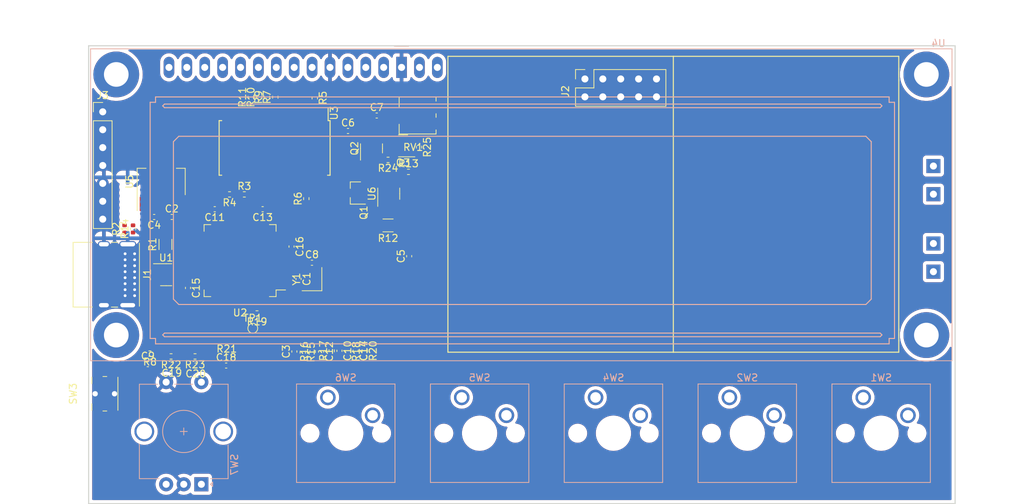
<source format=kicad_pcb>
(kicad_pcb (version 20211014) (generator pcbnew)
  (layers (0 "F.Cu" signal) (31 "B.Cu" signal) (34 "B.Paste" user) (35 "F.Paste" user) (36 "B.SilkS" user "B.Silkscreen") (37 "F.SilkS" user "F.Silkscreen") (38 "B.Mask" user) (39 "F.Mask" user) (44 "Edge.Cuts" user))
  (net 0 "")
  (net 1 "Net-(U2-Pad5)")
  (net 2 "+3V3")
  (net 3 "GND")
  (net 4 "Net-(Q1-Pad1)")
  (net 5 "Net-(U2-Pad6)")
  (net 6 "Net-(U2-Pad7)")
  (net 7 "/BTN1")
  (net 8 "/ENC1_BUT")
  (net 9 "Net-(U3-Pad7)")
  (net 10 "Net-(U3-Pad8)")
  (net 11 "VBUS")
  (net 12 "Net-(RV1-Pad2)")
  (net 13 "Net-(Q1-Pad3)")
  (net 14 "Net-(U3-Pad6)")
  (net 15 "/ENC1_B")
  (net 16 "/ENC1_A")
  (net 17 "Net-(Q1-Pad2)")
  (net 18 "Net-(Q2-Pad1)")
  (net 19 "+5V")
  (net 21 "Net-(Q3-Pad1)")
  (net 22 "Net-(U2-Pad60)")
  (net 23 "VDD")
  (net 24 "/LOADSW_5V")
  (net 25 "/BTN2")
  (net 26 "/BTN3")
  (net 27 "/BTN4")
  (net 28 "/BTN5")
  (net 29 "Net-(J1-PadA7)")
  (net 30 "Net-(J1-PadA6)")
  (net 31 "/USB_DP")
  (net 32 "Net-(J1-PadA4)")
  (net 33 "/USB_DM")
  (net 45 "/EXT_CS")
  (net 46 "/EXT_CLK")
  (net 47 "/EXT_MISO")
  (net 48 "/EXT_MOSI")
  (net 50 "Net-(U3-Pad3)")
  (net 51 "Net-(U3-Pad4)")
  (net 52 "Net-(U3-Pad5)")
  (net 67 "/DISP_CONTR")
  (net 80 "/STM32_TX")
  (net 81 "/STM32_RX")
  (net 82 "/EXT_SDA")
  (net 83 "/EXT_SCL")
  (net 84 "Net-(U3-Pad2)")
  (net 87 "Net-(U3-Pad14)")
  (net 88 "Net-(U3-Pad15)")
  (net 89 "/DISP_RS")
  (net 90 "/DISP_E")
  (net 91 "/DISP_DB7")
  (net 92 "/DISP_DB6")
  (net 93 "/DISP_DB5")
  (net 94 "/DISP_DB4")
  (net 95 "Net-(U3-Pad22)")
  (net 96 "Net-(U4-Pad7)")
  (net 97 "Net-(U4-Pad8)")
  (net 98 "Net-(U4-Pad9)")
  (net 99 "Net-(U4-Pad10)")
  (net 104 "/BL_CURR_MEAS")
  (net 105 "Net-(J1-PadA5)")
  (net 107 "Net-(J1-PadB5)")
  (net 109 "/STM32_CLK")
  (net 110 "/STM32_CS")
  (net 111 "/STM32_MISO")
  (net 112 "/STM32_SDA")
  (net 113 "/STM32_MOSI")
  (net 114 "/STM32_SCL")
  (net 115 "/STM_TX")
  (net 116 "/STM_RX")
  (net 117 "/SWDIO")
  (net 118 "/SWCLK")
  (net 119 "/BL_CTRL")
  (footprint "Resistor_SMD:R_0402_1005Metric" (layer "F.Cu") (at 86.2 92.7 180)
    (fp_text reference "R8" (at 0 -1.17) (layer "F.SilkS"))
    (fp_text value "100k")
    (pad "1" smd roundrect (at -0.51 0 180) (size 0.54 0.64) (layers "F.Cu" "F.Paste" "F.Mask") (net 6 "Net-(U2-Pad7)"))
    (pad "2" smd roundrect (at 0.51 0 180) (size 0.54 0.64) (layers "F.Cu" "F.Paste" "F.Mask") (net 2 "+3V3"))
  )
  (footprint "Potentiometer_SMD:Potentiometer_Vishay_TS53YJ_Vertical" (layer "F.Cu") (at 124.2 58.9)
    (fp_text reference "RV1" (at -0.635 4.5085) (layer "F.SilkS"))
    (fp_text value "R_POT")
    (pad "1" smd rect locked (at 2 -1.15) (size 2 1.3) (layers "F.Cu" "F.Paste" "F.Mask") (net 11 "VBUS"))
    (pad "2" smd rect locked (at -2 0) (size 2 2) (layers "F.Cu" "F.Paste" "F.Mask") (net 12 "Net-(RV1-Pad2)"))
    (pad "3" smd rect locked (at 2 1.15) (size 2 1.3) (layers "F.Cu" "F.Paste" "F.Mask") (net 3 "GND"))
  )
  (footprint "Package_TO_SOT_SMD:SOT-23" (layer "F.Cu") (at 115.4 69.9 180)
    (fp_text reference "Q1" (at -1.159 -2.794 90) (layer "F.SilkS"))
    (fp_text value "BC847")
    (pad "1" smd rect locked (at -1 -0.95 180) (size 0.9 0.8) (layers "F.Cu" "F.Paste" "F.Mask") (net 4 "Net-(Q1-Pad1)"))
    (pad "2" smd rect locked (at -1 0.95 180) (size 0.9 0.8) (layers "F.Cu" "F.Paste" "F.Mask") (net 17 "Net-(Q1-Pad2)"))
    (pad "3" smd rect locked (at 1 0 180) (size 0.9 0.8) (layers "F.Cu" "F.Paste" "F.Mask") (net 13 "Net-(Q1-Pad3)"))
  )
  (footprint "Capacitor_SMD:C_0402_1005Metric" (layer "F.Cu") (at 114.317 61.094)
    (fp_text reference "C6" (at 0 -1.16) (layer "F.SilkS"))
    (fp_text value "100n")
    (pad "1" smd roundrect (at -0.48 0) (size 0.56 0.62) (layers "F.Cu" "F.Paste" "F.Mask") (net 11 "VBUS"))
    (pad "2" smd roundrect (at 0.48 0) (size 0.56 0.62) (layers "F.Cu" "F.Paste" "F.Mask") (net 3 "GND"))
  )
  (footprint "Capacitor_SMD:C_0402_1005Metric" (layer "F.Cu") (at 118.396 58.904)
    (fp_text reference "C7" (at 0 -1.16) (layer "F.SilkS"))
    (fp_text value "100n")
    (pad "1" smd roundrect (at -0.48 0) (size 0.56 0.62) (layers "F.Cu" "F.Paste" "F.Mask") (net 11 "VBUS"))
    (pad "2" smd roundrect (at 0.48 0) (size 0.56 0.62) (layers "F.Cu" "F.Paste" "F.Mask") (net 3 "GND"))
  )
  (footprint "Capacitor_SMD:C_0402_1005Metric" (layer "F.Cu") (at 123.004 78.872 90)
    (fp_text reference "C5" (at 0 -1.16 90) (layer "F.SilkS"))
    (fp_text value "100n")
    (pad "1" smd roundrect (at -0.48 0 90) (size 0.56 0.62) (layers "F.Cu" "F.Paste" "F.Mask") (net 2 "+3V3"))
    (pad "2" smd roundrect (at 0.48 0 90) (size 0.56 0.62) (layers "F.Cu" "F.Paste" "F.Mask") (net 3 "GND"))
  )
  (footprint "Resistor_SMD:R_0402_1005Metric" (layer "F.Cu") (at 109.3 92.41 90)
    (fp_text reference "R16" (at 0 -1.17 90) (layer "F.SilkS"))
    (fp_text value "10k")
    (pad "1" smd roundrect (at -0.51 0 90) (size 0.54 0.64) (layers "F.Cu" "F.Paste" "F.Mask") (net 3 "GND"))
    (pad "2" smd roundrect (at 0.51 0 90) (size 0.54 0.64) (layers "F.Cu" "F.Paste" "F.Mask") (net 7 "/BTN1"))
  )
  (footprint "Capacitor_SMD:C_0402_1005Metric" (layer "F.Cu") (at 86.8 73.3 180)
    (fp_text reference "C4" (at 0 -1.16) (layer "F.SilkS"))
    (fp_text value "10u")
    (pad "1" smd roundrect (at -0.48 0 180) (size 0.56 0.62) (layers "F.Cu" "F.Paste" "F.Mask") (net 2 "+3V3"))
    (pad "2" smd roundrect (at 0.48 0 180) (size 0.56 0.62) (layers "F.Cu" "F.Paste" "F.Mask") (net 3 "GND"))
  )
  (footprint "Capacitor_SMD:C_0402_1005Metric" (layer "F.Cu") (at 89.3 73.3)
    (fp_text reference "C2" (at 0 -1.16) (layer "F.SilkS"))
    (fp_text value "10u")
    (pad "1" smd roundrect (at -0.48 0) (size 0.56 0.62) (layers "F.Cu" "F.Paste" "F.Mask") (net 11 "VBUS"))
    (pad "2" smd roundrect (at 0.48 0) (size 0.56 0.62) (layers "F.Cu" "F.Paste" "F.Mask") (net 3 "GND"))
  )
  (footprint "Capacitor_SMD:C_0402_1005Metric" (layer "F.Cu") (at 110.5 92.41 -90)
    (fp_text reference "C12" (at 0 -1.16 90) (layer "F.SilkS"))
    (fp_text value "100n")
    (pad "1" smd roundrect (at -0.48 0 270) (size 0.56 0.62) (layers "F.Cu" "F.Paste" "F.Mask") (net 7 "/BTN1"))
    (pad "2" smd roundrect (at 0.48 0 270) (size 0.56 0.62) (layers "F.Cu" "F.Paste" "F.Mask") (net 3 "GND"))
  )
  (footprint "Package_SO:SOIC-24W_7.5x15.4mm_P1.27mm" (layer "F.Cu") (at 103.9 63.5 -90)
    (fp_text reference "U3" (at -4.953 -8.4455 90) (layer "F.SilkS"))
    (fp_text value "74LVC4245A")
    (pad "1" smd rect locked (at -4.7 -6.985 270) (size 2 0.6) (layers "F.Cu" "F.Paste" "F.Mask") (net 11 "VBUS"))
    (pad "2" smd rect locked (at -4.7 -5.715 270) (size 2 0.6) (layers "F.Cu" "F.Paste" "F.Mask") (net 84 "Net-(U3-Pad2)"))
    (pad "3" smd rect locked (at -4.7 -4.445 270) (size 2 0.6) (layers "F.Cu" "F.Paste" "F.Mask") (net 50 "Net-(U3-Pad3)"))
    (pad "4" smd rect locked (at -4.7 -3.175 270) (size 2 0.6) (layers "F.Cu" "F.Paste" "F.Mask") (net 51 "Net-(U3-Pad4)"))
    (pad "5" smd rect locked (at -4.7 -1.905 270) (size 2 0.6) (layers "F.Cu" "F.Paste" "F.Mask") (net 52 "Net-(U3-Pad5)"))
    (pad "6" smd rect locked (at -4.7 -0.635 270) (size 2 0.6) (layers "F.Cu" "F.Paste" "F.Mask") (net 14 "Net-(U3-Pad6)"))
    (pad "7" smd rect locked (at -4.7 0.635 270) (size 2 0.6) (layers "F.Cu" "F.Paste" "F.Mask") (net 9 "Net-(U3-Pad7)"))
    (pad "8" smd rect locked (at -4.7 1.905 270) (size 2 0.6) (layers "F.Cu" "F.Paste" "F.Mask") (net 10 "Net-(U3-Pad8)"))
    (pad "9" smd rect locked (at -4.7 3.175 270) (size 2 0.6) (layers "F.Cu" "F.Paste" "F.Mask"))
    (pad "10" smd rect locked (at -4.7 4.445 270) (size 2 0.6) (layers "F.Cu" "F.Paste" "F.Mask"))
    (pad "11" smd rect locked (at -4.7 5.715 270) (size 2 0.6) (layers "F.Cu" "F.Paste" "F.Mask") (net 3 "GND"))
    (pad "12" smd rect locked (at -4.7 6.985 270) (size 2 0.6) (layers "F.Cu" "F.Paste" "F.Mask") (net 3 "GND"))
    (pad "13" smd rect locked (at 4.7 6.985 270) (size 2 0.6) (layers "F.Cu" "F.Paste" "F.Mask") (net 3 "GND"))
    (pad "14" smd rect locked (at 4.7 5.715 270) (size 2 0.6) (layers "F.Cu" "F.Paste" "F.Mask") (net 87 "Net-(U3-Pad14)"))
    (pad "15" smd rect locked (at 4.7 4.445 270) (size 2 0.6) (layers "F.Cu" "F.Paste" "F.Mask") (net 88 "Net-(U3-Pad15)"))
    (pad "16" smd rect locked (at 4.7 3.175 270) (size 2 0.6) (layers "F.Cu" "F.Paste" "F.Mask") (net 89 "/DISP_RS"))
    (pad "17" smd rect locked (at 4.7 1.905 270) (size 2 0.6) (layers "F.Cu" "F.Paste" "F.Mask") (net 90 "/DISP_E"))
    (pad "18" smd rect locked (at 4.7 0.635 270) (size 2 0.6) (layers "F.Cu" "F.Paste" "F.Mask") (net 91 "/DISP_DB7"))
    (pad "19" smd rect locked (at 4.7 -0.635 270) (size 2 0.6) (layers "F.Cu" "F.Paste" "F.Mask") (net 92 "/DISP_DB6"))
    (pad "20" smd rect locked (at 4.7 -1.905 270) (size 2 0.6) (layers "F.Cu" "F.Paste" "F.Mask") (net 93 "/DISP_DB5"))
    (pad "21" smd rect locked (at 4.7 -3.175 270) (size 2 0.6) (layers "F.Cu" "F.Paste" "F.Mask") (net 94 "/DISP_DB4"))
    (pad "22" smd rect locked (at 4.7 -4.445 270) (size 2 0.6) (layers "F.Cu" "F.Paste" "F.Mask") (net 95 "Net-(U3-Pad22)"))
    (pad "23" smd rect locked (at 4.7 -5.715 270) (size 2 0.6) (layers "F.Cu" "F.Paste" "F.Mask") (net 2 "+3V3"))
    (pad "24" smd rect locked (at 4.7 -6.985 270) (size 2 0.6) (layers "F.Cu" "F.Paste" "F.Mask") (net 2 "+3V3"))
  )
  (footprint "Resistor_SMD:R_0402_1005Metric" (layer "F.Cu") (at 109.6 56.4 -90)
    (fp_text reference "R5" (at 0 -1.17 90) (layer "F.SilkS"))
    (fp_text value "10k")
    (pad "1" smd roundrect (at -0.51 0 270) (size 0.54 0.64) (layers "F.Cu" "F.Paste" "F.Mask") (net 3 "GND"))
    (pad "2" smd roundrect (at 0.51 0 270) (size 0.54 0.64) (layers "F.Cu" "F.Paste" "F.Mask") (net 84 "Net-(U3-Pad2)"))
  )
  (footprint "Crystal:Crystal_SMD_2520-4Pin_2.5x2.0mm" (layer "F.Cu") (at 109.2 82.125 90)
    (fp_text reference "Y1" (at 0 -2.2 90) (layer "F.SilkS"))
    (fp_text value "6MHZ 2520")
    (pad "1" smd rect (at -0.875 0.7 90) (size 1.15 1) (layers "F.Cu" "F.Paste" "F.Mask") (net 1 "Net-(U2-Pad5)"))
    (pad "2" smd rect (at 0.875 0.7 90) (size 1.15 1) (layers "F.Cu" "F.Paste" "F.Mask") (net 3 "GND"))
    (pad "3" smd rect (at 0.875 -0.7 90) (size 1.15 1) (layers "F.Cu" "F.Paste" "F.Mask") (net 5 "Net-(U2-Pad6)"))
    (pad "4" smd rect (at -0.875 -0.7 90) (size 1.15 1) (layers "F.Cu" "F.Paste" "F.Mask") (net 3 "GND"))
  )
  (footprint "Capacitor_SMD:C_0402_1005Metric" (layer "F.Cu") (at 107.3 82.1 -90)
    (fp_text reference "C1" (at 0 -1.16 90) (layer "F.SilkS"))
    (fp_text value "20p")
    (pad "1" smd roundrect (at -0.48 0 270) (size 0.56 0.62) (layers "F.Cu" "F.Paste" "F.Mask") (net 1 "Net-(U2-Pad5)"))
    (pad "2" smd roundrect (at 0.48 0 270) (size 0.56 0.62) (layers "F.Cu" "F.Paste" "F.Mask") (net 3 "GND"))
  )
  (footprint "Resistor_SMD:R_0402_1005Metric" (layer "F.Cu") (at 97.5 70.1 180)
    (fp_text reference "R4" (at 0 -1.17) (layer "F.SilkS"))
    (fp_text value "10k")
    (pad "1" smd roundrect (at -0.51 0 180) (size 0.54 0.64) (layers "F.Cu" "F.Paste" "F.Mask") (net 87 "Net-(U3-Pad14)"))
    (pad "2" smd roundrect (at 0.51 0 180) (size 0.54 0.64) (layers "F.Cu" "F.Paste" "F.Mask") (net 3 "GND"))
  )
  (footprint "Resistor_SMD:R_0402_1005Metric" (layer "F.Cu") (at 114.3 92.4 -90)
    (fp_text reference "R18" (at 0 -1.17 90) (layer "F.SilkS"))
    (fp_text value "10k")
    (pad "1" smd roundrect (at -0.51 0 270) (size 0.54 0.64) (layers "F.Cu" "F.Paste" "F.Mask") (net 3 "GND"))
    (pad "2" smd roundrect (at 0.51 0 270) (size 0.54 0.64) (layers "F.Cu" "F.Paste" "F.Mask") (net 27 "/BTN4"))
  )
  (footprint "Resistor_SMD:R_0402_1005Metric" (layer "F.Cu") (at 122.9 66.9)
    (fp_text reference "R13" (at 0 -1.17) (layer "F.SilkS"))
    (fp_text value "10k")
    (pad "1" smd roundrect (at -0.51 0) (size 0.54 0.64) (layers "F.Cu" "F.Paste" "F.Mask") (net 119 "/BL_CTRL"))
    (pad "2" smd roundrect (at 0.51 0) (size 0.54 0.64) (layers "F.Cu" "F.Paste" "F.Mask") (net 4 "Net-(Q1-Pad1)"))
  )
  (footprint "Capacitor_SMD:C_0402_1005Metric" (layer "F.Cu") (at 113.1 92.3 -90)
    (fp_text reference "C10" (at 0 -1.16 90) (layer "F.SilkS"))
    (fp_text value "100n")
    (pad "1" smd roundrect (at -0.48 0 270) (size 0.56 0.62) (layers "F.Cu" "F.Paste" "F.Mask") (net 26 "/BTN3"))
    (pad "2" smd roundrect (at 0.48 0 270) (size 0.56 0.62) (layers "F.Cu" "F.Paste" "F.Mask") (net 3 "GND"))
  )
  (footprint "Resistor_SMD:R_0402_1005Metric" (layer "F.Cu") (at 108.4 70.7 90)
    (fp_text reference "R6" (at 0 -1.17 90) (layer "F.SilkS"))
    (fp_text value "10k")
    (pad "1" smd roundrect (at -0.51 0 90) (size 0.54 0.64) (layers "F.Cu" "F.Paste" "F.Mask") (net 95 "Net-(U3-Pad22)"))
    (pad "2" smd roundrect (at 0.51 0 90) (size 0.54 0.64) (layers "F.Cu" "F.Paste" "F.Mask") (net 3 "GND"))
  )
  (footprint "Capacitor_SMD:C_0402_1005Metric" (layer "F.Cu") (at 95.4 72.2 180)
    (fp_text reference "C11" (at 0 -1.16) (layer "F.SilkS"))
    (fp_text value "100n")
    (pad "1" smd roundrect (at -0.48 0 180) (size 0.56 0.62) (layers "F.Cu" "F.Paste" "F.Mask") (net 3 "GND"))
    (pad "2" smd roundrect (at 0.48 0 180) (size 0.56 0.62) (layers "F.Cu" "F.Paste" "F.Mask") (net 2 "+3V3"))
  )
  (footprint "Resistor_SMD:R_0402_1005Metric" (layer "F.Cu") (at 89.2 93.1 180)
    (fp_text reference "R22" (at 0 -1.17) (layer "F.SilkS"))
    (fp_text value "100k")
    (pad "1" smd roundrect (at -0.51 0 180) (size 0.54 0.64) (layers "F.Cu" "F.Paste" "F.Mask") (net 15 "/ENC1_B"))
    (pad "2" smd roundrect (at 0.51 0 180) (size 0.54 0.64) (layers "F.Cu" "F.Paste" "F.Mask") (net 23 "VDD"))
  )
  (footprint "Resistor_SMD:R_1206_3216Metric_Pad1.30x1.75mm_HandSolder" (layer "F.Cu") (at 120 74.5 180)
    (fp_text reference "R12" (at 0 -1.82) (layer "F.SilkS"))
    (fp_text value "0.1R")
    (pad "1" smd roundrect (at -1.55 0 180) (size 1.3 1.75) (layers "F.Cu" "F.Paste" "F.Mask") (roundrect_rratio 0.192308) (net 3 "GND"))
    (pad "2" smd roundrect (at 1.55 0 180) (size 1.3 1.75) (layers "F.Cu" "F.Paste" "F.Mask") (roundrect_rratio 0.192308) (net 17 "Net-(Q1-Pad2)"))
  )
  (footprint "Button_Switch_SMD:Panasonic_EVQPUM_EVQPUD" (layer "F.Cu") (at 79.8 98.4 90)
    (fp_text reference "SW3" (at 0 -4.5 90) (layer "F.SilkS"))
    (fp_text value "BUT_SMD")
    (pad "" np_thru_hole circle (at 0 -1.375 270) (size 0.75 0.75) (drill 0.75) (layers *.Cu *.Mask))
    (pad "" np_thru_hole circle (at 0 1.375 270) (size 0.75 0.75) (drill 0.75) (layers *.Cu *.Mask))
    (pad "1" smd rect (at 2.575 -0.85 270) (size 1.45 1) (layers "F.Cu" "F.Paste" "F.Mask") (net 3 "GND"))
    (pad "1" smd rect (at -2.575 -0.85 270) (size 1.45 1) (layers "F.Cu" "F.Paste" "F.Mask") (net 3 "GND"))
    (pad "2" smd rect (at -2.575 0.85 270) (size 1.45 1) (layers "F.Cu" "F.Paste" "F.Mask") (net 6 "Net-(U2-Pad7)"))
    (pad "2" smd rect (at 2.575 0.85 270) (size 1.45 1) (layers "F.Cu" "F.Paste" "F.Mask") (net 6 "Net-(U2-Pad7)"))
  )
  (footprint "Resistor_SMD:R_0402_1005Metric" (layer "F.Cu") (at 101.4 87 180)
    (fp_text reference "R19" (at 0 -1.17) (layer "F.SilkS"))
    (fp_text value "10k")
    (pad "1" smd roundrect (at -0.51 0 180) (size 0.54 0.64) (layers "F.Cu" "F.Paste" "F.Mask") (net 3 "GND"))
    (pad "2" smd roundrect (at 0.51 0 180) (size 0.54 0.64) (layers "F.Cu" "F.Paste" "F.Mask") (net 22 "Net-(U2-Pad60)"))
  )
  (footprint "Resistor_SMD:R_0402_1005Metric" (layer "F.Cu") (at 112 92.3 90)
    (fp_text reference "R17" (at 0 -1.17 90) (layer "F.SilkS"))
    (fp_text value "10k")
    (pad "1" smd roundrect (at -0.51 0 90) (size 0.54 0.64) (layers "F.Cu" "F.Paste" "F.Mask") (net 3 "GND"))
    (pad "2" smd roundrect (at 0.51 0 90) (size 0.54 0.64) (layers "F.Cu" "F.Paste" "F.Mask") (net 26 "/BTN3"))
  )
  (footprint "Package_QFP:LQFP-64_10x10mm_P0.5mm" (layer "F.Cu") (at 99 79.5 180)
    (fp_text reference "U2" (at 0 -7.4) (layer "F.SilkS"))
    (fp_text value "STM32F103RFTx")
    (pad "1" smd roundrect (at -5.675 -3.75 180) (size 1.55 0.3) (layers "F.Cu" "F.Paste" "F.Mask") (net 2 "+3V3"))
    (pad "2" smd roundrect (at -5.675 -3.25 180) (size 1.55 0.3) (layers "F.Cu" "F.Paste" "F.Mask"))
    (pad "3" smd roundrect (at -5.675 -2.75 180) (size 1.55 0.3) (layers "F.Cu" "F.Paste" "F.Mask"))
    (pad "4" smd roundrect (at -5.675 -2.25 180) (size 1.55 0.3) (layers "F.Cu" "F.Paste" "F.Mask"))
    (pad "5" smd roundrect (at -5.675 -1.75 180) (size 1.55 0.3) (layers "F.Cu" "F.Paste" "F.Mask") (net 1 "Net-(U2-Pad5)"))
    (pad "6" smd roundrect (at -5.675 -1.25 180) (size 1.55 0.3) (layers "F.Cu" "F.Paste" "F.Mask") (net 5 "Net-(U2-Pad6)"))
    (pad "7" smd roundrect (at -5.675 -0.75 180) (size 1.55 0.3) (layers "F.Cu" "F.Paste" "F.Mask") (net 6 "Net-(U2-Pad7)"))
    (pad "8" smd roundrect (at -5.675 -0.25 180) (size 1.55 0.3) (layers "F.Cu" "F.Paste" "F.Mask"))
    (pad "9" smd roundrect (at -5.675 0.25 180) (size 1.55 0.3) (layers "F.Cu" "F.Paste" "F.Mask"))
    (pad "10" smd roundrect (at -5.675 0.75 180) (size 1.55 0.3) (layers "F.Cu" "F.Paste" "F.Mask"))
    (pad "11" smd roundrect (at -5.675 1.25 180) (size 1.55 0.3) (layers "F.Cu" "F.Paste" "F.Mask"))
    (pad "12" smd roundrect (at -5.675 1.75 180) (size 1.55 0.3) (layers "F.Cu" "F.Paste" "F.Mask") (net 3 "GND"))
    (pad "13" smd roundrect (at -5.675 2.25 180) (size 1.55 0.3) (layers "F.Cu" "F.Paste" "F.Mask") (net 2 "+3V3"))
    (pad "14" smd roundrect (at -5.675 2.75 180) (size 1.55 0.3) (layers "F.Cu" "F.Paste" "F.Mask"))
    (pad "15" smd roundrect (at -5.675 3.25 180) (size 1.55 0.3) (layers "F.Cu" "F.Paste" "F.Mask"))
    (pad "16" smd roundrect (at -5.675 3.75 180) (size 1.55 0.3) (layers "F.Cu" "F.Paste" "F.Mask"))
    (pad "17" smd roundrect (at -3.75 5.675 180) (size 0.3 1.55) (layers "F.Cu" "F.Paste" "F.Mask"))
    (pad "18" smd roundrect (at -3.25 5.675 180) (size 0.3 1.55) (layers "F.Cu" "F.Paste" "F.Mask") (net 3 "GND"))
    (pad "19" smd roundrect (at -2.75 5.675 180) (size 0.3 1.55) (layers "F.Cu" "F.Paste" "F.Mask") (net 2 "+3V3"))
    (pad "20" smd roundrect (at -2.25 5.675 180) (size 0.3 1.55) (layers "F.Cu" "F.Paste" "F.Mask") (net 45 "/EXT_CS"))
    (pad "21" smd roundrect (at -1.75 5.675 180) (size 0.3 1.55) (layers "F.Cu" "F.Paste" "F.Mask") (net 46 "/EXT_CLK"))
    (pad "22" smd roundrect (at -1.25 5.675 180) (size 0.3 1.55) (layers "F.Cu" "F.Paste" "F.Mask") (net 47 "/EXT_MISO"))
    (pad "23" smd roundrect (at -0.75 5.675 180) (size 0.3 1.55) (layers "F.Cu" "F.Paste" "F.Mask") (net 48 "/EXT_MOSI"))
    (pad "24" smd roundrect (at -0.25 5.675 180) (size 0.3 1.55) (layers "F.Cu" "F.Paste" "F.Mask"))
    (pad "25" smd roundrect (at 0.25 5.675 180) (size 0.3 1.55) (layers "F.Cu" "F.Paste" "F.Mask"))
    (pad "26" smd roundrect (at 0.75 5.675 180) (size 0.3 1.55) (layers "F.Cu" "F.Paste" "F.Mask"))
    (pad "27" smd roundrect (at 1.25 5.675 180) (size 0.3 1.55) (layers "F.Cu" "F.Paste" "F.Mask"))
    (pad "28" smd roundrect (at 1.75 5.675 180) (size 0.3 1.55) (layers "F.Cu" "F.Paste" "F.Mask"))
    (pad "29" smd roundrect (at 2.25 5.675 180) (size 0.3 1.55) (layers "F.Cu" "F.Paste" "F.Mask"))
    (pad "30" smd roundrect (at 2.75 5.675 180) (size 0.3 1.55) (layers "F.Cu" "F.Paste" "F.Mask"))
    (pad "31" smd roundrect (at 3.25 5.675 180) (size 0.3 1.55) (layers "F.Cu" "F.Paste" "F.Mask") (net 3 "GND"))
    (pad "32" smd roundrect (at 3.75 5.675 180) (size 0.3 1.55) (layers "F.Cu" "F.Paste" "F.Mask") (net 2 "+3V3"))
    (pad "33" smd roundrect (at 5.675 3.75 180) (size 1.55 0.3) (layers "F.Cu" "F.Paste" "F.Mask"))
    (pad "34" smd roundrect (at 5.675 3.25 180) (size 1.55 0.3) (layers "F.Cu" "F.Paste" "F.Mask"))
    (pad "35" smd roundrect (at 5.675 2.75 180) (size 1.55 0.3) (layers "F.Cu" "F.Paste" "F.Mask"))
    (pad "36" smd roundrect (at 5.675 2.25 180) (size 1.55 0.3) (layers "F.Cu" "F.Paste" "F.Mask"))
    (pad "37" smd roundrect (at 5.675 1.75 180) (size 1.55 0.3) (layers "F.Cu" "F.Paste" "F.Mask"))
    (pad "38" smd roundrect (at 5.675 1.25 180) (size 1.55 0.3) (layers "F.Cu" "F.Paste" "F.Mask"))
    (pad "39" smd roundrect (at 5.675 0.75 180) (size 1.55 0.3) (layers "F.Cu" "F.Paste" "F.Mask"))
    (pad "40" smd roundrect (at 5.675 0.25 180) (size 1.55 0.3) (layers "F.Cu" "F.Paste" "F.Mask"))
    (pad "41" smd roundrect (at 5.675 -0.25 180) (size 1.55 0.3) (layers "F.Cu" "F.Paste" "F.Mask") (net 67 "/DISP_CONTR"))
    (pad "42" smd roundrect (at 5.675 -0.75 180) (size 1.55 0.3) (layers "F.Cu" "F.Paste" "F.Mask"))
    (pad "43" smd roundrect (at 5.675 -1.25 180) (size 1.55 0.3) (layers "F.Cu" "F.Paste" "F.Mask"))
    (pad "44" smd roundrect (at 5.675 -1.75 180) (size 1.55 0.3) (layers "F.Cu" "F.Paste" "F.Mask") (net 33 "/USB_DM"))
    (pad "45" smd roundrect (at 5.675 -2.25 180) (size 1.55 0.3) (layers "F.Cu" "F.Paste" "F.Mask") (net 31 "/USB_DP"))
    (pad "46" smd roundrect (at 5.675 -2.75 180) (size 1.55 0.3) (layers "F.Cu" "F.Paste" "F.Mask"))
    (pad "47" smd roundrect (at 5.675 -3.25 180) (size 1.55 0.3) (layers "F.Cu" "F.Paste" "F.Mask") (net 3 "GND"))
    (pad "48" smd roundrect (at 5.675 -3.75 180) (size 1.55 0.3) (layers "F.Cu" "F.Paste" "F.Mask") (net 2 "+3V3"))
    (pad "49" smd roundrect (at 3.75 -5.675 180) (size 0.3 1.55) (layers "F.Cu" "F.Paste" "F.Mask"))
    (pad "50" smd roundrect (at 3.25 -5.675 180) (size 0.3 1.55) (layers "F.Cu" "F.Paste" "F.Mask"))
    (pad "51" smd roundrect (at 2.75 -5.675 180) (size 0.3 1.55) (layers "F.Cu" "F.Paste" "F.Mask"))
    (pad "52" smd roundrect (at 2.25 -5.675 180) (size 0.3 1.55) (layers "F.Cu" "F.Paste" "F.Mask"))
    (pad "53" smd roundrect (at 1.75 -5.675 180) (size 0.3 1.55) (layers "F.Cu" "F.Paste" "F.Mask"))
    (pad "54" smd roundrect (at 1.25 -5.675 180) (size 0.3 1.55) (layers "F.Cu" "F.Paste" "F.Mask"))
    (pad "55" smd roundrect (at 0.75 -5.675 180) (size 0.3 1.55) (layers "F.Cu" "F.Paste" "F.Mask"))
    (pad "56" smd roundrect (at 0.25 -5.675 180) (size 0.3 1.55) (layers "F.Cu" "F.Paste" "F.Mask"))
    (pad "57" smd roundrect (at -0.25 -5.675 180) (size 0.3 1.55) (layers "F.Cu" "F.Paste" "F.Mask"))
    (pad "58" smd roundrect (at -0.75 -5.675 180) (size 0.3 1.55) (layers "F.Cu" "F.Paste" "F.Mask") (net 80 "/STM32_TX"))
    (pad "59" smd roundrect (at -1.25 -5.675 180) (size 0.3 1.55) (layers "F.Cu" "F.Paste" "F.Mask") (net 81 "/STM32_RX"))
    (pad "60" smd roundrect (at -1.75 -5.675 180) (size 0.3 1.55) (layers "F.Cu" "F.Paste" "F.Mask") (net 22 "Net-(U2-Pad60)"))
    (pad "61" smd roundrect (at -2.25 -5.675 180) (size 0.3 1.55) (layers "F.Cu" "F.Paste" "F.Mask") (net 82 "/EXT_SDA"))
    (pad "62" smd roundrect (at -2.75 -5.675 180) (size 0.3 1.55) (layers "F.Cu" "F.Paste" "F.Mask") (net 83 "/EXT_SCL"))
    (pad "63" smd roundrect (at -3.25 -5.675 180) (size 0.3 1.55) (layers "F.Cu" "F.Paste" "F.Mask") (net 3 "GND"))
    (pad "64" smd roundrect (at -3.75 -5.675 180) (size 0.3 1.55) (layers "F.Cu" "F.Paste" "F.Mask") (net 2 "+3V3"))
  )
  (footprint "Resistor_SMD:R_0402_1005Metric" (layer "F.Cu") (at 82.6 75 90)
    (fp_text reference "R2" (at 0 -1.17 90) (layer "F.SilkS"))
    (fp_text value "10k")
    (pad "1" smd roundrect (at -0.51 0 90) (size 0.54 0.64) (layers "F.Cu" "F.Paste" "F.Mask") (net 3 "GND"))
    (pad "2" smd roundrect (at 0.51 0 90) (size 0.54 0.64) (layers "F.Cu" "F.Paste" "F.Mask") (net 107 "Net-(J1-PadB5)"))
  )
  (footprint "Connector_USB:USB_C_Receptacle_GCT_USB4085" (layer "F.Cu") (at 84.025 78.525 -90)
    (fp_text reference "J1" (at 2.975 -1.8 90) (layer "F.SilkS"))
    (fp_text value "USB_C_Receptacle_USB2.0")
    (pad "A1" thru_hole circle (at 0 0 270) (size 0.7 0.7) (drill 0.4) (layers *.Cu *.Mask) (net 3 "GND"))
    (pad "A4" thru_hole circle (at 0.85 0 270) (size 0.7 0.7) (drill 0.4) (layers *.Cu *.Mask) (net 32 "Net-(J1-PadA4)"))
    (pad "A5" thru_hole circle (at 1.7 0 270) (size 0.7 0.7) (drill 0.4) (layers *.Cu *.Mask) (net 105 "Net-(J1-PadA5)"))
    (pad "A6" thru_hole circle (at 2.55 0 270) (size 0.7 0.7) (drill 0.4) (layers *.Cu *.Mask) (net 30 "Net-(J1-PadA6)"))
    (pad "A7" thru_hole circle (at 3.4 0 270) (size 0.7 0.7) (drill 0.4) (layers *.Cu *.Mask) (net 29 "Net-(J1-PadA7)"))
    (pad "A8" thru_hole circle (at 4.25 0 270) (size 0.7 0.7) (drill 0.4) (layers *.Cu *.Mask))
    (pad "A9" thru_hole circle (at 5.1 0 270) (size 0.7 0.7) (drill 0.4) (layers *.Cu *.Mask) (net 32 "Net-(J1-PadA4)"))
    (pad "A12" thru_hole circle (at 5.95 0 270) (size 0.7 0.7) (drill 0.4) (layers *.Cu *.Mask) (net 3 "GND"))
    (pad "B1" thru_hole circle (at 5.95 1.35 270) (size 0.7 0.7) (drill 0.4) (layers *.Cu *.Mask) (net 3 "GND"))
    (pad "B4" thru_hole circle (at 5.1 1.35 270) (size 0.7 0.7) (drill 0.4) (layers *.Cu *.Mask) (net 32 "Net-(J1-PadA4)"))
    (pad "B5" thru_hole circle (at 4.25 1.35 270) (size 0.7 0.7) (drill 0.4) (layers *.Cu *.Mask) (net 107 "Net-(J1-PadB5)"))
    (pad "B6" thru_hole circle (at 3.4 1.35 270) (size 0.7 0.7) (drill 0.4) (layers *.Cu *.Mask) (net 30 "Net-(J1-PadA6)"))
    (pad "B7" thru_hole circle (at 2.55 1.35 270) (size 0.7 0.7) (drill 0.4) (layers *.Cu *.Mask) (net 29 "Net-(J1-PadA7)"))
    (pad "B8" thru_hole circle (at 1.7 1.35 270) (size 0.7 0.7) (drill 0.4) (layers *.Cu *.Mask))
    (pad "B9" thru_hole circle (at 0.85 1.35 270) (size 0.7 0.7) (drill 0.4) (layers *.Cu *.Mask) (net 32 "Net-(J1-PadA4)"))
    (pad "B12" thru_hole circle (at 0 1.35 270) (size 0.7 0.7) (drill 0.4) (layers *.Cu *.Mask) (net 3 "GND"))
    (pad "S1" thru_hole oval (at 7.3 4.36 270) (size 0.9 1.7) (drill oval 0.6 1.4) (layers *.Cu *.Mask) (net 3 "GND"))
    (pad "S1" thru_hole oval (at -1.35 4.36 270) (size 0.9 1.7) (drill oval 0.6 1.4) (layers *.Cu *.Mask) (net 3 "GND"))
    (pad "S1" thru_hole oval (at -1.35 0.98 270) (size 0.9 2.4) (drill oval 0.6 2.1) (layers *.Cu *.Mask) (net 3 "GND"))
    (pad "S1" thru_hole oval (at 7.3 0.98 270) (size 0.9 2.4) (drill oval 0.6 2.1) (layers *.Cu *.Mask) (net 3 "GND"))
  )
  (footprint "Package_TO_SOT_SMD:SOT-23-6" (layer "F.Cu") (at 88.5 81.5)
    (fp_text reference "U1" (at 0 -2.4) (layer "F.SilkS"))
    (fp_text value "USBLC6-2SC6")
    (pad "1" smd roundrect (at -1.1375 -0.95) (size 1.325 0.6) (layers "F.Cu" "F.Paste" "F.Mask") (net 29 "Net-(J1-PadA7)"))
    (pad "2" smd roundrect (at -1.1375 0) (size 1.325 0.6) (layers "F.Cu" "F.Paste" "F.Mask") (net 3 "GND"))
    (pad "3" smd roundrect (at -1.1375 0.95) (size 1.325 0.6) (layers "F.Cu" "F.Paste" "F.Mask") (net 30 "Net-(J1-PadA6)"))
    (pad "4" smd roundrect (at 1.1375 0.95) (size 1.325 0.6) (layers "F.Cu" "F.Paste" "F.Mask") (net 31 "/USB_DP"))
    (pad "5" smd roundrect (at 1.1375 0) (size 1.325 0.6) (layers "F.Cu" "F.Paste" "F.Mask") (net 32 "Net-(J1-PadA4)"))
    (pad "6" smd roundrect (at 1.1375 -0.95) (size 1.325 0.6) (layers "F.Cu" "F.Paste" "F.Mask") (net 33 "/USB_DM"))
  )
  (footprint "Resistor_SMD:R_1206_3216Metric_Pad1.30x1.75mm_HandSolder" (layer "F.Cu") (at 88.4 77.2 90)
    (fp_text reference "R1" (at 0 -1.82 90) (layer "F.SilkS"))
    (fp_text value "0R/1206")
    (pad "1" smd roundrect (at -1.55 0 90) (size 1.3 1.75) (layers "F.Cu" "F.Paste" "F.Mask") (roundrect_rratio 0.192308) (net 32 "Net-(J1-PadA4)"))
    (pad "2" smd roundrect (at 1.55 0 90) (size 1.3 1.75) (layers "F.Cu" "F.Paste" "F.Mask") (roundrect_rratio 0.192308) (net 11 "VBUS"))
  )
  (footprint "Resistor_SMD:R_0402_1005Metric" (layer "F.Cu") (at 124.4 63.39 -90)
    (fp_text reference "R25" (at 0 -1.17 90) (layer "F.SilkS"))
    (fp_text value "3k")
    (pad "1" smd roundrect (at -0.51 0 270) (size 0.54 0.64) (layers "F.Cu" "F.Paste" "F.Mask") (net 24 "/LOADSW_5V"))
    (pad "2" smd roundrect (at 0.51 0 270) (size 0.54 0.64) (layers "F.Cu" "F.Paste" "F.Mask") (net 21 "Net-(Q3-Pad1)"))
  )
  (footprint "Capacitor_SMD:C_0402_1005Metric" (layer "F.Cu") (at 102.2 72.2 180)
    (fp_text reference "C13" (at 0 -1.16) (layer "F.SilkS"))
    (fp_text value "100n")
    (pad "1" smd roundrect (at -0.48 0 180) (size 0.56 0.62) (layers "F.Cu" "F.Paste" "F.Mask") (net 3 "GND"))
    (pad "2" smd roundrect (at 0.48 0 180) (size 0.56 0.62) (layers "F.Cu" "F.Paste" "F.Mask") (net 2 "+3V3"))
  )
  (footprint "Resistor_SMD:R_0402_1005Metric" (layer "F.Cu") (at 99.6 70.1)
    (fp_text reference "R3" (at 0 -1.17) (layer "F.SilkS"))
    (fp_text value "10k")
    (pad "1" smd roundrect (at -0.51 0) (size 0.54 0.64) (layers "F.Cu" "F.Paste" "F.Mask") (net 3 "GND"))
    (pad "2" smd roundrect (at 0.51 0) (size 0.54 0.64) (layers "F.Cu" "F.Paste" "F.Mask") (net 88 "Net-(U3-Pad15)"))
  )
  (footprint "Capacitor_SMD:C_0402_1005Metric" (layer "F.Cu") (at 109.2 79.8)
    (fp_text reference "C8" (at 0 -1.16) (layer "F.SilkS"))
    (fp_text value "20p")
    (pad "1" smd roundrect (at -0.48 0) (size 0.56 0.62) (layers "F.Cu" "F.Paste" "F.Mask") (net 5 "Net-(U2-Pad6)"))
    (pad "2" smd roundrect (at 0.48 0) (size 0.56 0.62) (layers "F.Cu" "F.Paste" "F.Mask") (net 3 "GND"))
  )
  (footprint "Resistor_SMD:R_0402_1005Metric" (layer "F.Cu") (at 101.7 56.3 90)
    (fp_text reference "R10" (at 0 -1.17 90) (layer "F.SilkS"))
    (fp_text value "10k")
    (pad "1" smd roundrect (at -0.51 0 90) (size 0.54 0.64) (layers "F.Cu" "F.Paste" "F.Mask") (net 3 "GND"))
    (pad "2" smd roundrect (at 0.51 0 90) (size 0.54 0.64) (layers "F.Cu" "F.Paste" "F.Mask") (net 98 "Net-(U4-Pad9)"))
  )
  (footprint "Resistor_SMD:R_0402_1005Metric" (layer "F.Cu") (at 104 56.3 90)
    (fp_text reference "R7" (at 0 -1.17 90) (layer "F.SilkS"))
    (fp_text value "10k")
    (pad "1" smd roundrect (at -0.51 0 90) (size 0.54 0.64) (layers "F.Cu" "F.Paste" "F.Mask") (net 3 "GND"))
    (pad "2" smd roundrect (at 0.51 0 90) (size 0.54 0.64) (layers "F.Cu" "F.Paste" "F.Mask") (net 96 "Net-(U4-Pad7)"))
  )
  (footprint "Package_TO_SOT_SMD:SOT-223-3_TabPin2" (layer "F.Cu") (at 87.8 68.3 90)
    (fp_text reference "U5" (at 0 -4.5 90) (layer "F.SilkS"))
    (fp_text value "AMS1117-3.3")
    (pad "1" smd rect (at -3.15 -2.3 90) (size 2 1.5) (layers "F.Cu" "F.Paste" "F.Mask") (net 3 "GND"))
    (pad "2" smd rect (at 3.15 0 90) (size 2 3.8) (layers "F.Cu" "F.Paste" "F.Mask") (net 2 "+3V3"))
    (pad "2" smd rect (at -3.15 0 90) (size 2 1.5) (layers "F.Cu" "F.Paste" "F.Mask") (net 2 "+3V3"))
    (pad "3" smd rect (at -3.15 2.3 90) (size 2 1.5) (layers "F.Cu" "F.Paste" "F.Mask") (net 11 "VBUS"))
  )
  (footprint "Resistor_SMD:R_0402_1005Metric" (layer "F.Cu") (at 83.8 75 90)
    (fp_text reference "R14" (at 0 -1.17 90) (layer "F.SilkS"))
    (fp_text value "10k")
    (pad "1" smd roundrect (at -0.51 0 90) (size 0.54 0.64) (layers "F.Cu" "F.Paste" "F.Mask") (net 105 "Net-(J1-PadA5)"))
    (pad "2" smd roundrect (at 0.51 0 90) (size 0.54 0.64) (layers "F.Cu" "F.Paste" "F.Mask") (net 3 "GND"))
  )
  (footprint "Capacitor_SMD:C_0402_1005Metric" (layer "F.Cu") (at 97.02 94.4)
    (fp_text reference "C18" (at 0 -1.16) (layer "F.SilkS"))
    (fp_text value "1n")
    (pad "1" smd roundrect (at -0.48 0) (size 0.56 0.62) (layers "F.Cu" "F.Paste" "F.Mask") (net 8 "/ENC1_BUT"))
    (pad "2" smd roundrect (at 0.48 0) (size 0.56 0.62) (layers "F.Cu" "F.Paste" "F.Mask") (net 3 "GND"))
  )
  (footprint "Package_TO_SOT_SMD:SOT-23" (layer "F.Cu") (at 122.1375 63.2 180)
    (fp_text reference "Q3" (at 0 -2.4) (layer "F.SilkS"))
    (fp_text value "BC847")
    (pad "1" smd roundrect (at -0.9375 -0.95 180) (size 1.475 0.6) (layers "F.Cu" "F.Paste" "F.Mask") (net 21 "Net-(Q3-Pad1)"))
    (pad "2" smd roundrect (at -0.9375 0.95 180) (size 1.475 0.6) (layers "F.Cu" "F.Paste" "F.Mask") (net 3 "GND"))
    (pad "3" smd roundrect (at 0.9375 0 180) (size 1.475 0.6) (layers "F.Cu" "F.Paste" "F.Mask") (net 18 "Net-(Q2-Pad1)"))
  )
  (footprint "Capacitor_SMD:C_0402_1005Metric" (layer "F.Cu") (at 117.7 92.3 90)
    (fp_text reference "C17" (at 0 -1.16 90) (layer "F.SilkS"))
    (fp_text value "100n")
    (pad "1" smd roundrect (at -0.48 0 90) (size 0.56 0.62) (layers "F.Cu" "F.Paste" "F.Mask") (net 28 "/BTN5"))
    (pad "2" smd roundrect (at 0.48 0 90) (size 0.56 0.62) (layers "F.Cu" "F.Paste" "F.Mask") (net 3 "GND"))
  )
  (footprint "Resistor_SMD:R_0402_1005Metric" (layer "F.Cu") (at 107.9 92.5 -90)
    (fp_text reference "R15" (at 0 -1.17 90) (layer "F.SilkS"))
    (fp_text value "10k")
    (pad "1" smd roundrect (at -0.51 0 270) (size 0.54 0.64) (layers "F.Cu" "F.Paste" "F.Mask") (net 3 "GND"))
    (pad "2" smd roundrect (at 0.51 0 270) (size 0.54 0.64) (layers "F.Cu" "F.Paste" "F.Mask") (net 25 "/BTN2"))
  )
  (footprint "Resistor_SMD:R_0402_1005Metric" (layer "F.Cu") (at 97.1 93.2)
    (fp_text reference "R21" (at 0 -1.17) (layer "F.SilkS"))
    (fp_text value "100k")
    (pad "1" smd roundrect (at -0.51 0) (size 0.54 0.64) (layers "F.Cu" "F.Paste" "F.Mask") (net 8 "/ENC1_BUT"))
    (pad "2" smd roundrect (at 0.51 0) (size 0.54 0.64) (layers "F.Cu" "F.Paste" "F.Mask") (net 23 "VDD"))
  )
  (footprint "Resistor_SMD:R_0402_1005Metric" (layer "F.Cu") (at 102.8 56.3 90)
    (fp_text reference "R9" (at 0 -1.17 90) (layer "F.SilkS"))
    (fp_text value "10k")
    (pad "1" smd roundrect (at -0.51 0 90) (size 0.54 0.64) (layers "F.Cu" "F.Paste" "F.Mask") (net 3 "GND"))
    (pad "2" smd roundrect (at 0.51 0 90) (size 0.54 0.64) (layers "F.Cu" "F.Paste" "F.Mask") (net 97 "Net-(U4-Pad8)"))
  )
  (footprint "Resistor_SMD:R_0402_1005Metric" (layer "F.Cu") (at 92.6 93.1 180)
    (fp_text reference "R23" (at 0 -1.17) (layer "F.SilkS"))
    (fp_text value "100k")
    (pad "1" smd roundrect (at -0.51 0 180) (size 0.54 0.64) (layers "F.Cu" "F.Paste" "F.Mask") (net 16 "/ENC1_A"))
    (pad "2" smd roundrect (at 0.51 0 180) (size 0.54 0.64) (layers "F.Cu" "F.Paste" "F.Mask") (net 23 "VDD"))
  )
  (footprint "Capacitor_SMD:C_0402_1005Metric" (layer "F.Cu") (at 89.3 94.3 180)
    (fp_text reference "C19" (at 0 -1.16) (layer "F.SilkS"))
    (fp_text value "1n")
    (pad "1" smd roundrect (at -0.48 0 180) (size 0.56 0.62) (layers "F.Cu" "F.Paste" "F.Mask") (net 15 "/ENC1_B"))
    (pad "2" smd roundrect (at 0.48 0 180) (size 0.56 0.62) (layers "F.Cu" "F.Paste" "F.Mask") (net 3 "GND"))
  )
  (footprint "Capacitor_SMD:C_0402_1005Metric" (layer "F.Cu") (at 85.9 94.2)
    (fp_text reference "C9" (at 0 -1.16) (layer "F.SilkS"))
    (fp_text value "1n")
    (pad "1" smd roundrect (at -0.48 0) (size 0.56 0.62) (layers "F.Cu" "F.Paste" "F.Mask") (net 6 "Net-(U2-Pad7)"))
    (pad "2" smd roundrect (at 0.48 0) (size 0.56 0.62) (layers "F.Cu" "F.Paste" "F.Mask") (net 3 "GND"))
  )
  (footprint "Connector_PinSocket_2.54mm:PinSocket_2x05_P2.54mm_Vertical" (layer "F.Cu") (at 147.95 53.71 90)
    (fp_text reference "J2" (at -1.77 -2.77 90) (layer "F.SilkS"))
    (fp_text value "EXT_MOD_CONN")
    (pad "1" thru_hole rect (at 0 0 90) (size 1.7 1.7) (drill 1) (layers *.Cu *.Mask) (net 109 "/STM32_CLK"))
    (pad "2" thru_hole oval (at -2.54 0 90) (size 1.7 1.7) (drill 1) (layers *.Cu *.Mask) (net 110 "/STM32_CS"))
    (pad "3" thru_hole oval (at 0 2.54 90) (size 1.7 1.7) (drill 1) (layers *.Cu *.Mask) (net 3 "GND"))
    (pad "4" thru_hole oval (at -2.54 2.54 90) (size 1.7 1.7) (drill 1) (layers *.Cu *.Mask) (net 23 "VDD"))
    (pad "5" thru_hole oval (at 0 5.08 90) (size 1.7 1.7) (drill 1) (layers *.Cu *.Mask) (net 111 "/STM32_MISO"))
    (pad "6" thru_hole oval (at -2.54 5.08 90) (size 1.7 1.7) (drill 1) (layers *.Cu *.Mask) (net 112 "/STM32_SDA"))
    (pad "7" thru_hole oval (at 0 7.62 90) (size 1.7 1.7) (drill 1) (layers *.Cu *.Mask) (net 3 "GND"))
    (pad "8" thru_hole oval (at -2.54 7.62 90) (size 1.7 1.7) (drill 1) (layers *.Cu *.Mask) (net 23 "VDD"))
    (pad "9" thru_hole oval (at 0 10.16 90) (size 1.7 1.7) (drill 1) (layers *.Cu *.Mask) (net 113 "/STM32_MOSI"))
    (pad "10" thru_hole oval (at -2.54 10.16 90) (size 1.7 1.7) (drill 1) (layers *.Cu *.Mask) (net 114 "/STM32_SCL"))
  )
  (footprint "Package_TO_SOT_SMD:SOT-23" (layer "F.Cu") (at 117.65 63.5625 90)
    (fp_text reference "Q2" (at 0 -2.4 90) (layer "F.SilkS"))
    (fp_text value "AO3401A")
    (pad "1" smd roundrect (at -0.9375 -0.95 90) (size 1.475 0.6) (layers "F.Cu" "F.Paste" "F.Mask") (net 18 "Net-(Q2-Pad1)"))
    (pad "2" smd roundrect (at -0.9375 0.95 90) (size 1.475 0.6) (layers "F.Cu" "F.Paste" "F.Mask") (net 19 "+5V"))
    (pad "3" smd roundrect (at 0.9375 0 90) (size 1.475 0.6) (layers "F.Cu" "F.Paste" "F.Mask"))
  )
  (footprint "Capacitor_SMD:C_0402_1005Metric" (layer "F.Cu") (at 106.7 92.4 90)
    (fp_text reference "C3" (at 0 -1.16 90) (layer "F.SilkS"))
    (fp_text value "100n")
    (pad "1" smd roundrect (at -0.48 0 90) (size 0.56 0.62) (layers "F.Cu" "F.Paste" "F.Mask") (net 25 "/BTN2"))
    (pad "2" smd roundrect (at 0.48 0 90) (size 0.56 0.62) (layers "F.Cu" "F.Paste" "F.Mask") (net 3 "GND"))
  )
  (footprint "Resistor_SMD:R_0402_1005Metric" (layer "F.Cu") (at 100.5 56.3 90)
    (fp_text reference "R11" (at 0 -1.17 90) (layer "F.SilkS"))
    (fp_text value "10k")
    (pad "1" smd roundrect (at -0.51 0 90) (size 0.54 0.64) (layers "F.Cu" "F.Paste" "F.Mask") (net 3 "GND"))
    (pad "2" smd roundrect (at 0.51 0 90) (size 0.54 0.64) (layers "F.Cu" "F.Paste" "F.Mask") (net 99 "Net-(U4-Pad10)"))
  )
  (footprint "Package_TO_SOT_SMD:SOT-23-6" (layer "F.Cu") (at 120.1 70 90)
    (fp_text reference "U6" (at 0 -2.4 90) (layer "F.SilkS"))
    (fp_text value "INA181")
    (pad "1" smd roundrect (at -1.1375 -0.95 90) (size 1.325 0.6) (layers "F.Cu" "F.Paste" "F.Mask") (net 104 "/BL_CURR_MEAS"))
    (pad "2" smd roundrect (at -1.1375 0 90) (size 1.325 0.6) (layers "F.Cu" "F.Paste" "F.Mask") (net 3 "GND"))
    (pad "3" smd roundrect (at -1.1375 0.95 90) (size 1.325 0.6) (layers "F.Cu" "F.Paste" "F.Mask") (net 17 "Net-(Q1-Pad2)"))
    (pad "4" smd roundrect (at 1.1375 0.95 90) (size 1.325 0.6) (layers "F.Cu" "F.Paste" "F.Mask") (net 3 "GND"))
    (pad "5" smd roundrect (at 1.1375 0 90) (size 1.325 0.6) (layers "F.Cu" "F.Paste" "F.Mask") (net 3 "GND"))
    (pad "6" smd roundrect (at 1.1375 -0.95 90) (size 1.325 0.6) (layers "F.Cu" "F.Paste" "F.Mask") (net 2 "+3V3"))
  )
  (footprint "Capacitor_SMD:C_0402_1005Metric" (layer "F.Cu") (at 92.7 94.4 180)
    (fp_text reference "C20" (at 0 -1.16) (layer "F.SilkS"))
    (fp_text value "1n")
    (pad "1" smd roundrect (at -0.48 0 180) (size 0.56 0.62) (layers "F.Cu" "F.Paste" "F.Mask") (net 16 "/ENC1_A"))
    (pad "2" smd roundrect (at 0.48 0 180) (size 0.56 0.62) (layers "F.Cu" "F.Paste" "F.Mask") (net 3 "GND"))
  )
  (footprint "Resistor_SMD:R_0402_1005Metric" (layer "F.Cu") (at 120 65.2 180)
    (fp_text reference "R24" (at 0 -1.17) (layer "F.SilkS"))
    (fp_text value "10k")
    (pad "1" smd roundrect (at -0.51 0 180) (size 0.54 0.64) (layers "F.Cu" "F.Paste" "F.Mask") (net 18 "Net-(Q2-Pad1)"))
    (pad "2" smd roundrect (at 0.51 0 180) (size 0.54 0.64) (layers "F.Cu" "F.Paste" "F.Mask") (net 19 "+5V"))
  )
  (footprint "Capacitor_SMD:C_0402_1005Metric" (layer "F.Cu") (at 106.3 77.5 -90)
    (fp_text reference "C16" (at 0 -1.16 90) (layer "F.SilkS"))
    (fp_text value "100n")
    (pad "1" smd roundrect (at -0.48 0 270) (size 0.56 0.62) (layers "F.Cu" "F.Paste" "F.Mask") (net 2 "+3V3"))
    (pad "2" smd roundrect (at 0.48 0 270) (size 0.56 0.62) (layers "F.Cu" "F.Paste" "F.Mask") (net 3 "GND"))
  )
  (footprint "Resistor_SMD:R_0402_1005Metric" (layer "F.Cu") (at 116.7 92.3 -90)
    (fp_text reference "R20" (at 0 -1.17 90) (layer "F.SilkS"))
    (fp_text value "10k")
    (pad "1" smd roundrect (at -0.51 0 270) (size 0.54 0.64) (layers "F.Cu" "F.Paste" "F.Mask") (net 3 "GND"))
    (pad "2" smd roundrect (at 0.51 0 270) (size 0.54 0.64) (layers "F.Cu" "F.Paste" "F.Mask") (net 28 "/BTN5"))
  )
  (footprint "Capacitor_SMD:C_0402_1005Metric" (layer "F.Cu") (at 115.4 92.3 -90)
    (fp_text reference "C14" (at 0 -1.16 90) (layer "F.SilkS"))
    (fp_text value "100n")
    (pad "1" smd roundrect (at -0.48 0 270) (size 0.56 0.62) (layers "F.Cu" "F.Paste" "F.Mask") (net 27 "/BTN4"))
    (pad "2" smd roundrect (at 0.48 0 270) (size 0.56 0.62) (layers "F.Cu" "F.Paste" "F.Mask") (net 3 "GND"))
  )
  (footprint "TestPoint:TestPoint_Pad_D1.0mm" (layer "F.Cu") (at 100.8 89.1)
    (fp_text reference "TP1" (at 0 -1.448) (layer "F.SilkS"))
    (fp_text value "STM_BOOT0")
    (pad "1" smd circle (at 0 0) (size 1 1) (layers "F.Cu" "F.Mask") (net 22 "Net-(U2-Pad60)"))
  )
  (footprint "Connector_PinHeader_2.54mm:PinHeader_1x07_P2.54mm_Vertical" (layer "F.Cu") (at 79.5 58.375)
    (fp_text reference "J3" (at 0 -2.33) (layer "F.SilkS"))
    (fp_text value "Conn_01x07")
    (pad "1" thru_hole rect (at 0 0) (size 1.7 1.7) (drill 1) (layers *.Cu *.Mask) (net 2 "+3V3"))
    (pad "2" thru_hole oval (at 0 2.54) (size 1.7 1.7) (drill 1) (layers *.Cu *.Mask) (net 115 "/STM_TX"))
    (pad "3" thru_hole oval (at 0 5.08) (size 1.7 1.7) (drill 1) (layers *.Cu *.Mask) (net 116 "/STM_RX"))
    (pad "4" thru_hole oval (at 0 7.62) (size 1.7 1.7) (drill 1) (layers *.Cu *.Mask) (net 3 "GND"))
    (pad "5" thru_hole oval (at 0 10.16) (size 1.7 1.7) (drill 1) (layers *.Cu *.Mask) (net 117 "/SWDIO"))
    (pad "6" thru_hole oval (at 0 12.7) (size 1.7 1.7) (drill 1) (layers *.Cu *.Mask) (net 118 "/SWCLK"))
    (pad "7" thru_hole oval (at 0 15.24) (size 1.7 1.7) (drill 1) (layers *.Cu *.Mask) (net 3 "GND"))
  )
  (footprint "Capacitor_SMD:C_0402_1005Metric" (layer "F.Cu") (at 91.6 83.38 -90)
    (fp_text reference "C15" (at 0 -1.16 90) (layer "F.SilkS"))
    (fp_text value "100n")
    (pad "1" smd roundrect (at -0.48 0 270) (size 0.56 0.62) (layers "F.Cu" "F.Paste" "F.Mask") (net 3 "GND"))
    (pad "2" smd roundrect (at 0.48 0 270) (size 0.56 0.62) (layers "F.Cu" "F.Paste" "F.Mask") (net 2 "+3V3"))
  )
  (footprint "Button_Switch_Keyboard:SW_Cherry_MX_1.00u_PCB" (layer "B.Cu") (at 168.46 98.92 180)
    (fp_text reference "SW2" (at -2.54 2.794) (layer "B.SilkS") (effects (justify mirror)))
    (fp_text value "BTN")
    (pad "" np_thru_hole circle (at -7.62 -5.08 180) (size 1.7 1.7) (drill 1.7) (layers *.Cu *.Mask))
    (pad "" np_thru_hole circle (at 2.54 -5.08 180) (size 1.7 1.7) (drill 1.7) (layers *.Cu *.Mask))
    (pad "" np_thru_hole circle (at -2.54 -5.08 180) (size 4 4) (drill 4) (layers *.Cu *.Mask))
    (pad "1" thru_hole circle (at 0 0 180) (size 2.2 2.2) (drill 1.5) (layers *.Cu *.Mask) (net 7 "/BTN1"))
    (pad "2" thru_hole circle (at -6.35 -2.54 180) (size 2.2 2.2) (drill 1.5) (layers *.Cu *.Mask) (net 2 "+3V3"))
  )
  (footprint "Display:LCD-016N002L" (layer "B.Cu") (at 121.92 52.07 180)
    (fp_text reference "U4" (at -76.21 3.41) (layer "B.SilkS") (effects (justify mirror)))
    (fp_text value "LCD-016N002L")
    (pad "" thru_hole circle (at -74.5 -38) (size 6.5 6.5) (drill 3.5) (layers *.Cu *.Mask))
    (pad "" thru_hole circle (at 40.5 -1) (size 6.5 6.5) (drill 3.5) (layers *.Cu *.Mask))
    (pad "" thru_hole circle (at -74.5 -1) (size 6.5 6.5) (drill 3.5) (layers *.Cu *.Mask))
    (pad "" thru_hole circle (at 40.5 -38) (size 6.5 6.5) (drill 3.5) (layers *.Cu *.Mask))
    (pad "1" thru_hole rect (at 0 0) (size 1.5 3) (drill 1) (layers *.Cu *.Mask) (net 3 "GND"))
    (pad "2" thru_hole oval (at 2.54 0) (size 1.5 3) (drill 1) (layers *.Cu *.Mask) (net 11 "VBUS"))
    (pad "3" thru_hole oval (at 5.08 0) (size 1.5 3) (drill 1) (layers *.Cu *.Mask) (net 12 "Net-(RV1-Pad2)"))
    (pad "4" thru_hole oval (at 7.62 0) (size 1.5 3) (drill 1) (layers *.Cu *.Mask) (net 10 "Net-(U3-Pad8)"))
    (pad "5" thru_hole oval (at 10.16 0) (size 1.5 3) (drill 1) (layers *.Cu *.Mask) (net 3 "GND"))
    (pad "6" thru_hole oval (at 12.7 0) (size 1.5 3) (drill 1) (layers *.Cu *.Mask) (net 9 "Net-(U3-Pad7)"))
    (pad "7" thru_hole oval (at 15.24 0) (size 1.5 3) (drill 1) (layers *.Cu *.Mask) (net 96 "Net-(U4-Pad7)"))
    (pad "8" thru_hole oval (at 17.78 0) (size 1.5 3) (drill 1) (layers *.Cu *.Mask) (net 97 "Net-(U4-Pad8)"))
    (pad "9" thru_hole oval (at 20.32 0) (size 1.5 3) (drill 1) (layers *.Cu *.Mask) (net 98 "Net-(U4-Pad9)"))
    (pad "10" thru_hole oval (at 22.86 0) (size 1.5 3) (drill 1) (layers *.Cu *.Mask) (net 99 "Net-(U4-Pad10)"))
    (pad "11" thru_hole oval (at 25.4 0) (size 1.5 3) (drill 1) (layers *.Cu *.Mask) (net 50 "Net-(U3-Pad3)"))
    (pad "12" thru_hole oval (at 27.94 0) (size 1.5 3) (drill 1) (layers *.Cu *.Mask) (net 51 "Net-(U3-Pad4)"))
    (pad "13" thru_hole oval (at 30.48 0) (size 1.5 3) (drill 1) (layers *.Cu *.Mask) (net 52 "Net-(U3-Pad5)"))
    (pad "14" thru_hole oval (at 33.02 0) (size 1.5 3) (drill 1) (layers *.Cu *.Mask) (net 14 "Net-(U3-Pad6)"))
    (pad "15" thru_hole oval (at -2.54 0) (size 1.5 3) (drill 1) (layers *.Cu *.Mask) (net 11 "VBUS"))
    (pad "16" thru_hole oval (at -5.08 0) (size 1.5 3) (drill 1) (layers *.Cu *.Mask) (net 13 "Net-(Q1-Pad3)"))
    (pad "A1" thru_hole rect (at -75.5 -14) (size 2 2) (drill 1) (layers *.Cu *.Mask))
    (pad "A2" thru_hole rect (at -75.5 -25) (size 2 2) (drill 1) (layers *.Cu *.Mask))
    (pad "K1" thru_hole rect (at -75.5 -18) (size 2 2) (drill 1) (layers *.Cu *.Mask))
    (pad "K2" thru_hole rect (at -75.5 -29) (size 2 2) (drill 1) (layers *.Cu *.Mask))
  )
  (footprint "Button_Switch_Keyboard:SW_Cherry_MX_1.00u_PCB" (layer "B.Cu") (at 187.46 98.92 180)
    (fp_text reference "SW1" (at -2.54 2.794) (layer "B.SilkS") (effects (justify mirror)))
    (fp_text value "BTN")
    (pad "" np_thru_hole circle (at 2.54 -5.08 180) (size 1.7 1.7) (drill 1.7) (layers *.Cu *.Mask))
    (pad "" np_thru_hole circle (at -2.54 -5.08 180) (size 4 4) (drill 4) (layers *.Cu *.Mask))
    (pad "" np_thru_hole circle (at -7.62 -5.08 180) (size 1.7 1.7) (drill 1.7) (layers *.Cu *.Mask))
    (pad "1" thru_hole circle (at 0 0 180) (size 2.2 2.2) (drill 1.5) (layers *.Cu *.Mask) (net 25 "/BTN2"))
    (pad "2" thru_hole circle (at -6.35 -2.54 180) (size 2.2 2.2) (drill 1.5) (layers *.Cu *.Mask) (net 2 "+3V3"))
  )
  (footprint "Button_Switch_Keyboard:SW_Cherry_MX_1.00u_PCB" (layer "B.Cu") (at 130.46 98.92 180)
    (fp_text reference "SW5" (at -2.54 2.794) (layer "B.SilkS") (effects (justify mirror)))
    (fp_text value "BTN")
    (pad "" np_thru_hole circle (at -7.62 -5.08 180) (size 1.7 1.7) (drill 1.7) (layers *.Cu *.Mask))
    (pad "" np_thru_hole circle (at 2.54 -5.08 180) (size 1.7 1.7) (drill 1.7) (layers *.Cu *.Mask))
    (pad "" np_thru_hole circle (at -2.54 -5.08 180) (size 4 4) (drill 4) (layers *.Cu *.Mask))
    (pad "1" thru_hole circle (at 0 0 180) (size 2.2 2.2) (drill 1.5) (layers *.Cu *.Mask) (net 27 "/BTN4"))
    (pad "2" thru_hole circle (at -6.35 -2.54 180) (size 2.2 2.2) (drill 1.5) (layers *.Cu *.Mask) (net 2 "+3V3"))
  )
  (footprint "Button_Switch_Keyboard:SW_Cherry_MX_1.00u_PCB" (layer "B.Cu") (at 149.46 98.92 180)
    (fp_text reference "SW4" (at -2.54 2.794) (layer "B.SilkS") (effects (justify mirror)))
    (fp_text value "BTN")
    (pad "" np_thru_hole circle (at 2.54 -5.08 180) (size 1.7 1.7) (drill 1.7) (layers *.Cu *.Mask))
    (pad "" np_thru_hole circle (at -2.54 -5.08 180) (size 4 4) (drill 4) (layers *.Cu *.Mask))
    (pad "" np_thru_hole circle (at -7.62 -5.08 180) (size 1.7 1.7) (drill 1.7) (layers *.Cu *.Mask))
    (pad "1" thru_hole circle (at 0 0 180) (size 2.2 2.2) (drill 1.5) (layers *.Cu *.Mask) (net 26 "/BTN3"))
    (pad "2" thru_hole circle (at -6.35 -2.54 180) (size 2.2 2.2) (drill 1.5) (layers *.Cu *.Mask) (net 2 "+3V3"))
  )
  (footprint "Rotary_Encoder:RotaryEncoder_Alps_EC12E-Switch_Vertical_H20mm_CircularMountingHoles" (layer "B.Cu") (at 93.5 111.25 90)
    (fp_text reference "SW7" (at 2.8 4.7 90) (layer "B.SilkS") (effects (justify mirror)))
    (fp_text value "RotaryEncoder_Switch")
    (pad "A" thru_hole rect (at 0 0 90) (size 2 2) (drill 1) (layers *.Cu *.Mask) (net 16 "/ENC1_A"))
    (pad "B" thru_hole circle (at 0 -5 90) (size 2 2) (drill 1) (layers *.Cu *.Mask) (net 15 "/ENC1_B"))
    (pad "C" thru_hole circle (at 0 -2.5 90) (size 2 2) (drill 1) (layers *.Cu *.Mask) (net 3 "GND"))
    (pad "MP" thru_hole circle (at 7.5 3.1 90) (size 2.8 2.8) (drill 2.2) (layers *.Cu *.Mask))
    (pad "MP" thru_hole circle (at 7.5 -8.1 90) (size 2.8 2.8) (drill 2.2) (layers *.Cu *.Mask))
    (pad "S1" thru_hole circle (at 14.5 0 90) (size 2 2) (drill 1) (layers *.Cu *.Mask) (net 8 "/ENC1_BUT"))
    (pad "S2" thru_hole circle (at 14.5 -5 90) (size 2 2) (drill 1) (layers *.Cu *.Mask) (net 3 "GND"))
  )
  (footprint "Button_Switch_Keyboard:SW_Cherry_MX_1.00u_PCB" (layer "B.Cu") (at 111.46 98.92 180)
    (fp_text reference "SW6" (at -2.54 2.794) (layer "B.SilkS") (effects (justify mirror)))
    (fp_text value "BTN")
    (pad "" np_thru_hole circle (at 2.54 -5.08 180) (size 1.7 1.7) (drill 1.7) (layers *.Cu *.Mask))
    (pad "" np_thru_hole circle (at -7.62 -5.08 180) (size 1.7 1.7) (drill 1.7) (layers *.Cu *.Mask))
    (pad "" np_thru_hole circle (at -2.54 -5.08 180) (size 4 4) (drill 4) (layers *.Cu *.Mask))
    (pad "1" thru_hole circle (at 0 0 180) (size 2.2 2.2) (drill 1.5) (layers *.Cu *.Mask) (net 28 "/BTN5"))
    (pad "2" thru_hole circle (at -6.35 -2.54 180) (size 2.2 2.2) (drill 1.5) (layers *.Cu *.Mask) (net 2 "+3V3"))
  )
  (gr_line (start 128.5 50.5) (end 128.5 92.5) (layer "F.SilkS") (width 0.15))
  (gr_line (start 160.5 92.5) (end 160.5 50.5) (layer "F.SilkS") (width 0.15))
  (gr_line (start 192.5 92.5) (end 192.5 50.5) (layer "F.SilkS") (width 0.15))
  (gr_line (start 160.5 92.5) (end 192.5 92.5) (layer "F.SilkS") (width 0.15))
  (gr_line (start 128.5 92.5) (end 160.5 92.5) (layer "F.SilkS") (width 0.15))
  (gr_line (start 192.5 50.5) (end 160.5 50.5) (layer "F.SilkS") (width 0.15))
  (gr_line (start 160.5 50.5) (end 128.5 50.5) (layer "F.SilkS") (width 0.15))
  (gr_line (start 77.5 49) (end 77.5 114) (layer "Edge.Cuts") (width 0.15))
  (gr_line (start 77.5 114) (end 200.5 114) (layer "Edge.Cuts") (width 0.15))
  (gr_line (start 200.5 49) (end 77.5 49) (layer "Edge.Cuts") (width 0.15))
  (gr_line (start 200.5 114) (end 200.5 49) (layer "Edge.Cuts") (width 0.15))
  (zone (net 3) (net_name "GND") (layer "F.Cu") (connect_pads (clearance 0.508)) (min_thickness 0.254) (fill yes (thermal_gap 0.508) (thermal_bridge_width 0.508))
    (polygon (pts (xy 200.66 49.53) (xy 200.66 113.98) (xy 77.47 113.98) (xy 77.47 49.53)))
  )
  (zone (net 3) (net_name "GND") (layer "B.Cu") (connect_pads (clearance 0.508)) (min_thickness 0.254) (fill yes (thermal_gap 0.508) (thermal_bridge_width 0.508))
    (polygon (pts (xy 200.670165 49.53) (xy 200.670165 113.98) (xy 77.480165 113.98) (xy 77.480165 49.53)))
  )
)
</source>
